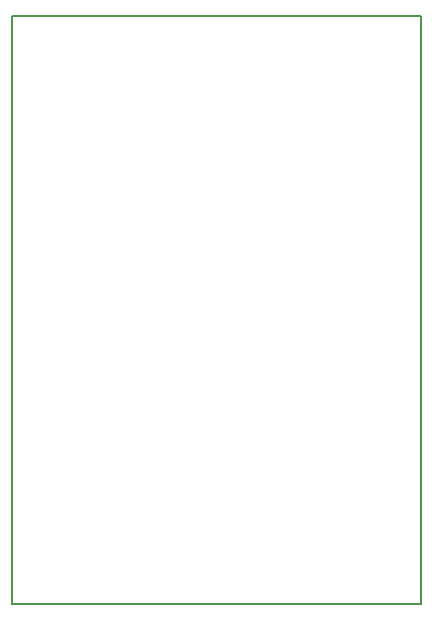
<source format=gbp>
G75*
%MOIN*%
%OFA0B0*%
%FSLAX24Y24*%
%IPPOS*%
%LPD*%
%AMOC8*
5,1,8,0,0,1.08239X$1,22.5*
%
%ADD10C,0.0080*%
D10*
X002979Y000787D02*
X002979Y020387D01*
X016629Y020387D01*
X016629Y000787D01*
X002979Y000787D01*
M02*

</source>
